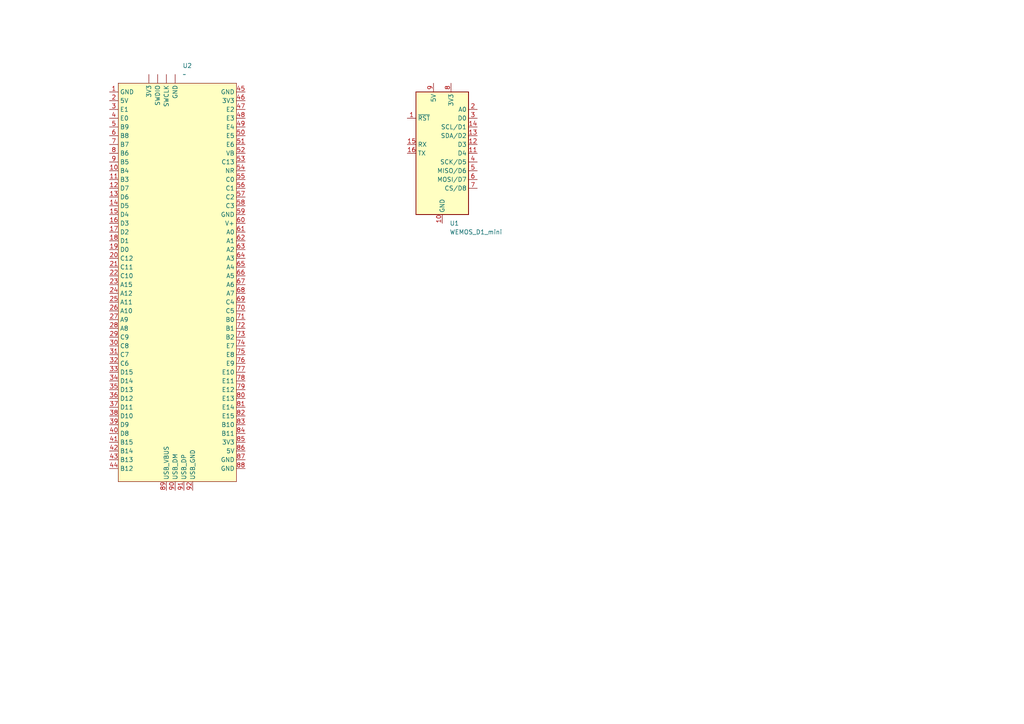
<source format=kicad_sch>
(kicad_sch (version 20250114) (generator "eeschema") (generator_version "9.0")
  (paper "A4")
  (lib_symbols
    (symbol "1_Pocket_Gate:_WeAct_STM32H743_Module_Physical"
      (property "Reference" "U" (at -0.254 -0.762 0))
      (symbol "_WeAct_STM32H743_Module_Physical_1_1"
        (rectangle (start -17.78 58.42) (end 16.51 -57.15) (fill (type color) (color 255 255 194 1)))
        (pin power_in line (at -20.32 55.88 0) (length 2.54) (name "GND") (number "1"))
        (pin power_in line (at -20.32 53.34 0) (length 2.54) (name "5V") (number "2"))
        (pin bidirectional line (at -20.32 50.8 0) (length 2.54) (name "E1") (number "3"))
        (pin bidirectional line (at -20.32 48.26 0) (length 2.54) (name "E0") (number "4"))
        (pin bidirectional line (at -20.32 45.72 0) (length 2.54) (name "B9") (number "5"))
        (pin bidirectional line (at -20.32 43.18 0) (length 2.54) (name "B8") (number "6"))
        (pin bidirectional line (at -20.32 40.64 0) (length 2.54) (name "B7") (number "7"))
        (pin bidirectional line (at -20.32 38.1 0) (length 2.54) (name "B6") (number "8"))
        (pin bidirectional line (at -20.32 35.56 0) (length 2.54) (name "B5") (number "9"))
        (pin bidirectional line (at -20.32 33.02 0) (length 2.54) (name "B4") (number "10"))
        (pin bidirectional line (at -20.32 30.48 0) (length 2.54) (name "B3") (number "11"))
        (pin bidirectional line (at -20.32 27.94 0) (length 2.54) (name "D7") (number "12"))
        (pin bidirectional line (at -20.32 25.4 0) (length 2.54) (name "D6") (number "13"))
        (pin bidirectional line (at -20.32 22.86 0) (length 2.54) (name "D5") (number "14"))
        (pin bidirectional line (at -20.32 20.32 0) (length 2.54) (name "D4") (number "15"))
        (pin bidirectional line (at -20.32 17.78 0) (length 2.54) (name "D3") (number "16"))
        (pin bidirectional line (at -20.32 15.24 0) (length 2.54) (name "D2") (number "17"))
        (pin bidirectional line (at -20.32 12.7 0) (length 2.54) (name "D1") (number "18"))
        (pin bidirectional line (at -20.32 10.16 0) (length 2.54) (name "D0") (number "19"))
        (pin bidirectional line (at -20.32 7.62 0) (length 2.54) (name "C12") (number "20"))
        (pin bidirectional line (at -20.32 5.08 0) (length 2.54) (name "C11") (number "21"))
        (pin bidirectional line (at -20.32 2.54 0) (length 2.54) (name "C10") (number "22"))
        (pin bidirectional line (at -20.32 0 0) (length 2.54) (name "A15") (number "23"))
        (pin bidirectional line (at -20.32 -2.54 0) (length 2.54) (name "A12") (number "24"))
        (pin bidirectional line (at -20.32 -5.08 0) (length 2.54) (name "A11") (number "25"))
        (pin bidirectional line (at -20.32 -7.62 0) (length 2.54) (name "A10") (number "26"))
        (pin bidirectional line (at -20.32 -10.16 0) (length 2.54) (name "A9") (number "27"))
        (pin bidirectional line (at -20.32 -12.7 0) (length 2.54) (name "A8") (number "28"))
        (pin bidirectional line (at -20.32 -15.24 0) (length 2.54) (name "C9") (number "29"))
        (pin bidirectional line (at -20.32 -17.78 0) (length 2.54) (name "C8") (number "30"))
        (pin bidirectional line (at -20.32 -20.32 0) (length 2.54) (name "C7") (number "31"))
        (pin bidirectional line (at -20.32 -22.86 0) (length 2.54) (name "C6") (number "32"))
        (pin bidirectional line (at -20.32 -25.4 0) (length 2.54) (name "D15") (number "33"))
        (pin bidirectional line (at -20.32 -27.94 0) (length 2.54) (name "D14") (number "34"))
        (pin bidirectional line (at -20.32 -30.48 0) (length 2.54) (name "D13") (number "35"))
        (pin bidirectional line (at -20.32 -33.02 0) (length 2.54) (name "D12") (number "36"))
        (pin bidirectional line (at -20.32 -35.56 0) (length 2.54) (name "D11") (number "37"))
        (pin bidirectional line (at -20.32 -38.1 0) (length 2.54) (name "D10") (number "38"))
        (pin bidirectional line (at -20.32 -40.64 0) (length 2.54) (name "D9") (number "39"))
        (pin bidirectional line (at -20.32 -43.18 0) (length 2.54) (name "D8") (number "40"))
        (pin bidirectional line (at -20.32 -45.72 0) (length 2.54) (name "B15") (number "41"))
        (pin bidirectional line (at -20.32 -48.26 0) (length 2.54) (name "B14") (number "42"))
        (pin bidirectional line (at -20.32 -50.8 0) (length 2.54) (name "B13") (number "43"))
        (pin bidirectional line (at -20.32 -53.34 0) (length 2.54) (name "B12") (number "44"))
        (pin power_out line (at -8.89 60.96 270) (length 2.54) (name "3V3") (number ""))
        (pin bidirectional line (at -6.35 60.96 270) (length 2.54) (name "SWDIO") (number ""))
        (pin bidirectional line (at -3.81 60.96 270) (length 2.54) (name "SWCLK") (number ""))
        (pin power_in line (at -3.81 -59.69 90) (length 2.54) (name "USB_VBUS") (number "89"))
        (pin power_in line (at -1.27 60.96 270) (length 2.54) (name "GND") (number ""))
        (pin bidirectional line (at -1.27 -59.69 90) (length 2.54) (name "USB_DM") (number "90"))
        (pin bidirectional line (at 1.27 -59.69 90) (length 2.54) (name "USB_DP") (number "91"))
        (pin power_in line (at 3.81 -59.69 90) (length 2.54) (name "USB_GND") (number "92"))
        (pin power_in line (at 19.05 55.88 180) (length 2.54) (name "GND") (number "45"))
        (pin power_in line (at 19.05 53.34 180) (length 2.54) (name "3V3") (number "46"))
        (pin bidirectional line (at 19.05 50.8 180) (length 2.54) (name "E2") (number "47"))
        (pin bidirectional line (at 19.05 48.26 180) (length 2.54) (name "E3") (number "48"))
        (pin bidirectional line (at 19.05 45.72 180) (length 2.54) (name "E4") (number "49"))
        (pin bidirectional line (at 19.05 43.18 180) (length 2.54) (name "E5") (number "50"))
        (pin bidirectional line (at 19.05 40.64 180) (length 2.54) (name "E6") (number "51"))
        (pin power_in line (at 19.05 38.1 180) (length 2.54) (name "VB") (number "52"))
        (pin bidirectional line (at 19.05 35.56 180) (length 2.54) (name "C13") (number "53"))
        (pin input line (at 19.05 33.02 180) (length 2.54) (name "NR") (number "54"))
        (pin bidirectional line (at 19.05 30.48 180) (length 2.54) (name "C0") (number "55"))
        (pin bidirectional line (at 19.05 27.94 180) (length 2.54) (name "C1") (number "56"))
        (pin bidirectional line (at 19.05 25.4 180) (length 2.54) (name "C2") (number "57"))
        (pin bidirectional line (at 19.05 22.86 180) (length 2.54) (name "C3") (number "58"))
        (pin power_in line (at 19.05 20.32 180) (length 2.54) (name "GND") (number "59"))
        (pin power_in line (at 19.05 17.78 180) (length 2.54) (name "V+") (number "60"))
        (pin bidirectional line (at 19.05 15.24 180) (length 2.54) (name "A0") (number "61"))
        (pin bidirectional line (at 19.05 12.7 180) (length 2.54) (name "A1") (number "62"))
        (pin bidirectional line (at 19.05 10.16 180) (length 2.54) (name "A2") (number "63"))
        (pin bidirectional line (at 19.05 7.62 180) (length 2.54) (name "A3") (number "64"))
        (pin bidirectional line (at 19.05 5.08 180) (length 2.54) (name "A4") (number "65"))
        (pin bidirectional line (at 19.05 2.54 180) (length 2.54) (name "A5") (number "66"))
        (pin bidirectional line (at 19.05 0 180) (length 2.54) (name "A6") (number "67"))
        (pin bidirectional line (at 19.05 -2.54 180) (length 2.54) (name "A7") (number "68"))
        (pin bidirectional line (at 19.05 -5.08 180) (length 2.54) (name "C4") (number "69"))
        (pin bidirectional line (at 19.05 -7.62 180) (length 2.54) (name "C5") (number "70"))
        (pin bidirectional line (at 19.05 -10.16 180) (length 2.54) (name "B0") (number "71"))
        (pin bidirectional line (at 19.05 -12.7 180) (length 2.54) (name "B1") (number "72"))
        (pin bidirectional line (at 19.05 -15.24 180) (length 2.54) (name "B2") (number "73"))
        (pin bidirectional line (at 19.05 -17.78 180) (length 2.54) (name "E7") (number "74"))
        (pin bidirectional line (at 19.05 -20.32 180) (length 2.54) (name "E8") (number "75"))
        (pin bidirectional line (at 19.05 -22.86 180) (length 2.54) (name "E9") (number "76"))
        (pin bidirectional line (at 19.05 -25.4 180) (length 2.54) (name "E10") (number "77"))
        (pin bidirectional line (at 19.05 -27.94 180) (length 2.54) (name "E11") (number "78"))
        (pin bidirectional line (at 19.05 -30.48 180) (length 2.54) (name "E12") (number "79"))
        (pin bidirectional line (at 19.05 -33.02 180) (length 2.54) (name "E13") (number "80"))
        (pin bidirectional line (at 19.05 -35.56 180) (length 2.54) (name "E14") (number "81"))
        (pin bidirectional line (at 19.05 -38.1 180) (length 2.54) (name "E15") (number "82"))
        (pin bidirectional line (at 19.05 -40.64 180) (length 2.54) (name "B10") (number "83"))
        (pin bidirectional line (at 19.05 -43.18 180) (length 2.54) (name "B11") (number "84"))
        (pin power_out line (at 19.05 -45.72 180) (length 2.54) (name "3V3") (number "85"))
        (pin power_in line (at 19.05 -48.26 180) (length 2.54) (name "5V") (number "86"))
        (pin power_in line (at 19.05 -50.8 180) (length 2.54) (name "GND") (number "87"))
        (pin power_in line (at 19.05 -53.34 180) (length 2.54) (name "GND") (number "88"))
      )
    )
    (symbol "RF_Module:WEMOS_D1_mini"
      (property "Reference" "U" (at 3.81 19.05 0))
      (property "Value" "WEMOS_D1_mini" (at 1.27 -19.05 0))
      (symbol "WEMOS_D1_mini_1_1"
        (rectangle (start -7.62 17.78) (end 7.62 -17.78) (stroke (width 0.254)) (fill (type background)))
        (pin input line (at -10.16 10.16 0) (length 2.54) (name "~{RST}") (number "1"))
        (pin input line (at -10.16 2.54 0) (length 2.54) (name "RX") (number "15"))
        (pin output line (at -10.16 0 0) (length 2.54) (name "TX") (number "16"))
        (pin power_in line (at -2.54 20.32 270) (length 2.54) (name "5V") (number "9"))
        (pin power_in line (at 0 -20.32 90) (length 2.54) (name "GND") (number "10"))
        (pin power_out line (at 2.54 20.32 270) (length 2.54) (name "3V3") (number "8"))
        (pin input line (at 10.16 12.7 180) (length 2.54) (name "A0") (number "2"))
        (pin bidirectional line (at 10.16 10.16 180) (length 2.54) (name "D0") (number "3"))
        (pin bidirectional line (at 10.16 7.62 180) (length 2.54) (name "SCL/D1") (number "14"))
        (pin bidirectional line (at 10.16 5.08 180) (length 2.54) (name "SDA/D2") (number "13"))
        (pin bidirectional line (at 10.16 2.54 180) (length 2.54) (name "D3") (number "12"))
        (pin bidirectional line (at 10.16 0 180) (length 2.54) (name "D4") (number "11"))
        (pin bidirectional line (at 10.16 -2.54 180) (length 2.54) (name "SCK/D5") (number "4"))
        (pin bidirectional line (at 10.16 -5.08 180) (length 2.54) (name "MISO/D6") (number "5"))
        (pin bidirectional line (at 10.16 -7.62 180) (length 2.54) (name "MOSI/D7") (number "6"))
        (pin bidirectional line (at 10.16 -10.16 180) (length 2.54) (name "CS/D8") (number "7"))
      )
    )
  )
  (symbol (lib_id "1_Pocket_Gate:_WeAct_STM32H743_Module_Physical") (at 52.07 82.55 0) (unit 1)
    (property "Reference" "U2" (at 52.9433 19.05 0) (effects (justify left)))
    (property "Value" "~" (at 52.9433 21.59 0) (effects (justify left)))
  )
  (symbol (lib_id "RF_Module:WEMOS_D1_mini") (at 128.27 44.45 0) (unit 1)
    (property "Reference" "U1" (at 130.4133 64.77 0) (effects (justify left)))
    (property "Value" "WEMOS_D1_mini" (at 130.4133 67.31 0) (effects (justify left)))
    (property "Footprint" "RF_Module:WEMOS_D1_mini_light" (effects (hide yes)))
    (property "Datasheet" "https://wiki.wemos.cc/products:d1:d1_mini#documentation" (effects (hide yes)))
    (property "Description" "32-bit microcontroller module with WiFi" (effects (hide yes)))
  )
)
</source>
